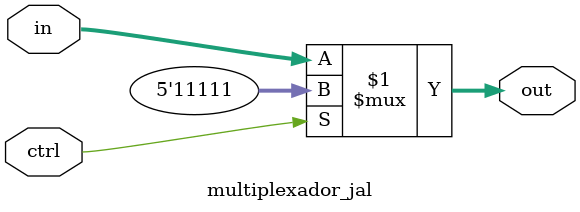
<source format=v>
module multiplexador_jal(in, ctrl, out);
	// Entradas
	input [4:0] in; // Registrador a ser escrito
	input ctrl;
	
	// Saida
	output [4:0] out;
	
	assign out = ctrl ? 5'b11111 : in;
endmodule

</source>
